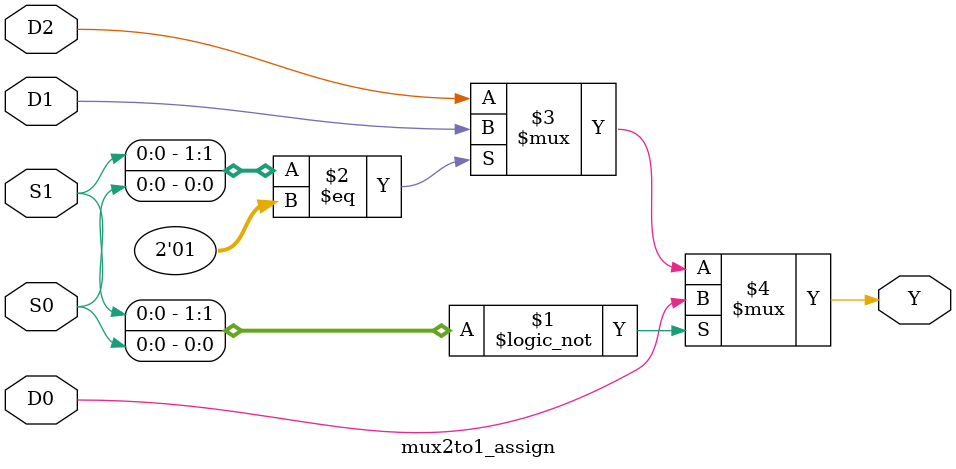
<source format=v>
module mux2to1_assign (
    input D0,D1,D2,S0,S1,
    output Y
);

assign Y = ({S1,S0} == 2'b00) ? D0 : ({S1,S0} == 2'b01) ? D1 :   D2  ;

endmodule
</source>
